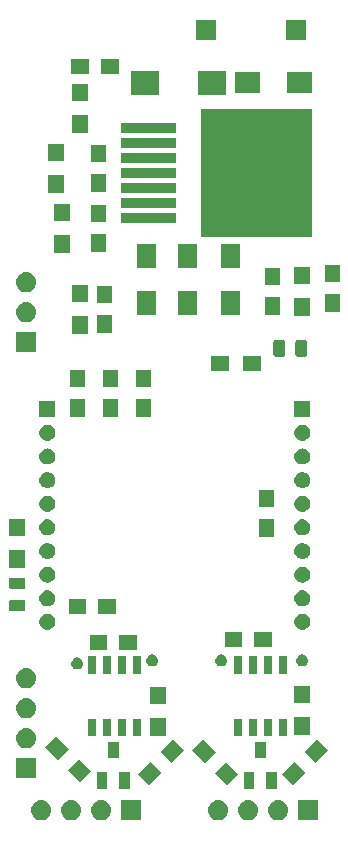
<source format=gbr>
G04 #@! TF.GenerationSoftware,KiCad,Pcbnew,5.0.2-bee76a0~70~ubuntu18.04.1*
G04 #@! TF.CreationDate,2020-02-03T17:56:43+02:00*
G04 #@! TF.ProjectId,Telemetry Board,54656c65-6d65-4747-9279-20426f617264,V1.4.1*
G04 #@! TF.SameCoordinates,Original*
G04 #@! TF.FileFunction,Soldermask,Top*
G04 #@! TF.FilePolarity,Negative*
%FSLAX46Y46*%
G04 Gerber Fmt 4.6, Leading zero omitted, Abs format (unit mm)*
G04 Created by KiCad (PCBNEW 5.0.2-bee76a0~70~ubuntu18.04.1) date ma  3. helmikuuta 2020 17.56.43*
%MOMM*%
%LPD*%
G01*
G04 APERTURE LIST*
%ADD10C,0.100000*%
G04 APERTURE END LIST*
D10*
G36*
X109816000Y-114896000D02*
X108116000Y-114896000D01*
X108116000Y-113196000D01*
X109816000Y-113196000D01*
X109816000Y-114896000D01*
X109816000Y-114896000D01*
G37*
G36*
X121578630Y-113208299D02*
X121738855Y-113256903D01*
X121886520Y-113335831D01*
X122015949Y-113442051D01*
X122122169Y-113571480D01*
X122201097Y-113719145D01*
X122249701Y-113879370D01*
X122266112Y-114046000D01*
X122249701Y-114212630D01*
X122201097Y-114372855D01*
X122122169Y-114520520D01*
X122015949Y-114649949D01*
X121886520Y-114756169D01*
X121738855Y-114835097D01*
X121578630Y-114883701D01*
X121453752Y-114896000D01*
X121370248Y-114896000D01*
X121245370Y-114883701D01*
X121085145Y-114835097D01*
X120937480Y-114756169D01*
X120808051Y-114649949D01*
X120701831Y-114520520D01*
X120622903Y-114372855D01*
X120574299Y-114212630D01*
X120557888Y-114046000D01*
X120574299Y-113879370D01*
X120622903Y-113719145D01*
X120701831Y-113571480D01*
X120808051Y-113442051D01*
X120937480Y-113335831D01*
X121085145Y-113256903D01*
X121245370Y-113208299D01*
X121370248Y-113196000D01*
X121453752Y-113196000D01*
X121578630Y-113208299D01*
X121578630Y-113208299D01*
G37*
G36*
X124802000Y-114896000D02*
X123102000Y-114896000D01*
X123102000Y-113196000D01*
X124802000Y-113196000D01*
X124802000Y-114896000D01*
X124802000Y-114896000D01*
G37*
G36*
X119038630Y-113208299D02*
X119198855Y-113256903D01*
X119346520Y-113335831D01*
X119475949Y-113442051D01*
X119582169Y-113571480D01*
X119661097Y-113719145D01*
X119709701Y-113879370D01*
X119726112Y-114046000D01*
X119709701Y-114212630D01*
X119661097Y-114372855D01*
X119582169Y-114520520D01*
X119475949Y-114649949D01*
X119346520Y-114756169D01*
X119198855Y-114835097D01*
X119038630Y-114883701D01*
X118913752Y-114896000D01*
X118830248Y-114896000D01*
X118705370Y-114883701D01*
X118545145Y-114835097D01*
X118397480Y-114756169D01*
X118268051Y-114649949D01*
X118161831Y-114520520D01*
X118082903Y-114372855D01*
X118034299Y-114212630D01*
X118017888Y-114046000D01*
X118034299Y-113879370D01*
X118082903Y-113719145D01*
X118161831Y-113571480D01*
X118268051Y-113442051D01*
X118397480Y-113335831D01*
X118545145Y-113256903D01*
X118705370Y-113208299D01*
X118830248Y-113196000D01*
X118913752Y-113196000D01*
X119038630Y-113208299D01*
X119038630Y-113208299D01*
G37*
G36*
X116498630Y-113208299D02*
X116658855Y-113256903D01*
X116806520Y-113335831D01*
X116935949Y-113442051D01*
X117042169Y-113571480D01*
X117121097Y-113719145D01*
X117169701Y-113879370D01*
X117186112Y-114046000D01*
X117169701Y-114212630D01*
X117121097Y-114372855D01*
X117042169Y-114520520D01*
X116935949Y-114649949D01*
X116806520Y-114756169D01*
X116658855Y-114835097D01*
X116498630Y-114883701D01*
X116373752Y-114896000D01*
X116290248Y-114896000D01*
X116165370Y-114883701D01*
X116005145Y-114835097D01*
X115857480Y-114756169D01*
X115728051Y-114649949D01*
X115621831Y-114520520D01*
X115542903Y-114372855D01*
X115494299Y-114212630D01*
X115477888Y-114046000D01*
X115494299Y-113879370D01*
X115542903Y-113719145D01*
X115621831Y-113571480D01*
X115728051Y-113442051D01*
X115857480Y-113335831D01*
X116005145Y-113256903D01*
X116165370Y-113208299D01*
X116290248Y-113196000D01*
X116373752Y-113196000D01*
X116498630Y-113208299D01*
X116498630Y-113208299D01*
G37*
G36*
X104052630Y-113208299D02*
X104212855Y-113256903D01*
X104360520Y-113335831D01*
X104489949Y-113442051D01*
X104596169Y-113571480D01*
X104675097Y-113719145D01*
X104723701Y-113879370D01*
X104740112Y-114046000D01*
X104723701Y-114212630D01*
X104675097Y-114372855D01*
X104596169Y-114520520D01*
X104489949Y-114649949D01*
X104360520Y-114756169D01*
X104212855Y-114835097D01*
X104052630Y-114883701D01*
X103927752Y-114896000D01*
X103844248Y-114896000D01*
X103719370Y-114883701D01*
X103559145Y-114835097D01*
X103411480Y-114756169D01*
X103282051Y-114649949D01*
X103175831Y-114520520D01*
X103096903Y-114372855D01*
X103048299Y-114212630D01*
X103031888Y-114046000D01*
X103048299Y-113879370D01*
X103096903Y-113719145D01*
X103175831Y-113571480D01*
X103282051Y-113442051D01*
X103411480Y-113335831D01*
X103559145Y-113256903D01*
X103719370Y-113208299D01*
X103844248Y-113196000D01*
X103927752Y-113196000D01*
X104052630Y-113208299D01*
X104052630Y-113208299D01*
G37*
G36*
X101512630Y-113208299D02*
X101672855Y-113256903D01*
X101820520Y-113335831D01*
X101949949Y-113442051D01*
X102056169Y-113571480D01*
X102135097Y-113719145D01*
X102183701Y-113879370D01*
X102200112Y-114046000D01*
X102183701Y-114212630D01*
X102135097Y-114372855D01*
X102056169Y-114520520D01*
X101949949Y-114649949D01*
X101820520Y-114756169D01*
X101672855Y-114835097D01*
X101512630Y-114883701D01*
X101387752Y-114896000D01*
X101304248Y-114896000D01*
X101179370Y-114883701D01*
X101019145Y-114835097D01*
X100871480Y-114756169D01*
X100742051Y-114649949D01*
X100635831Y-114520520D01*
X100556903Y-114372855D01*
X100508299Y-114212630D01*
X100491888Y-114046000D01*
X100508299Y-113879370D01*
X100556903Y-113719145D01*
X100635831Y-113571480D01*
X100742051Y-113442051D01*
X100871480Y-113335831D01*
X101019145Y-113256903D01*
X101179370Y-113208299D01*
X101304248Y-113196000D01*
X101387752Y-113196000D01*
X101512630Y-113208299D01*
X101512630Y-113208299D01*
G37*
G36*
X106592630Y-113208299D02*
X106752855Y-113256903D01*
X106900520Y-113335831D01*
X107029949Y-113442051D01*
X107136169Y-113571480D01*
X107215097Y-113719145D01*
X107263701Y-113879370D01*
X107280112Y-114046000D01*
X107263701Y-114212630D01*
X107215097Y-114372855D01*
X107136169Y-114520520D01*
X107029949Y-114649949D01*
X106900520Y-114756169D01*
X106752855Y-114835097D01*
X106592630Y-114883701D01*
X106467752Y-114896000D01*
X106384248Y-114896000D01*
X106259370Y-114883701D01*
X106099145Y-114835097D01*
X105951480Y-114756169D01*
X105822051Y-114649949D01*
X105715831Y-114520520D01*
X105636903Y-114372855D01*
X105588299Y-114212630D01*
X105571888Y-114046000D01*
X105588299Y-113879370D01*
X105636903Y-113719145D01*
X105715831Y-113571480D01*
X105822051Y-113442051D01*
X105951480Y-113335831D01*
X106099145Y-113256903D01*
X106259370Y-113208299D01*
X106384248Y-113196000D01*
X106467752Y-113196000D01*
X106592630Y-113208299D01*
X106592630Y-113208299D01*
G37*
G36*
X106947000Y-112236000D02*
X106037000Y-112236000D01*
X106037000Y-110836000D01*
X106947000Y-110836000D01*
X106947000Y-112236000D01*
X106947000Y-112236000D01*
G37*
G36*
X121293000Y-112236000D02*
X120383000Y-112236000D01*
X120383000Y-110836000D01*
X121293000Y-110836000D01*
X121293000Y-112236000D01*
X121293000Y-112236000D01*
G37*
G36*
X108847000Y-112236000D02*
X107937000Y-112236000D01*
X107937000Y-110836000D01*
X108847000Y-110836000D01*
X108847000Y-112236000D01*
X108847000Y-112236000D01*
G37*
G36*
X119393000Y-112236000D02*
X118483000Y-112236000D01*
X118483000Y-110836000D01*
X119393000Y-110836000D01*
X119393000Y-112236000D01*
X119393000Y-112236000D01*
G37*
G36*
X111541356Y-110865883D02*
X110480695Y-111926544D01*
X109561456Y-111007305D01*
X110622117Y-109946644D01*
X111541356Y-110865883D01*
X111541356Y-110865883D01*
G37*
G36*
X118022544Y-111007305D02*
X117103305Y-111926544D01*
X116042644Y-110865883D01*
X116961883Y-109946644D01*
X118022544Y-111007305D01*
X118022544Y-111007305D01*
G37*
G36*
X123733356Y-110865883D02*
X122672695Y-111926544D01*
X121753456Y-111007305D01*
X122814117Y-109946644D01*
X123733356Y-110865883D01*
X123733356Y-110865883D01*
G37*
G36*
X105576544Y-110753305D02*
X104657305Y-111672544D01*
X103596644Y-110611883D01*
X104515883Y-109692644D01*
X105576544Y-110753305D01*
X105576544Y-110753305D01*
G37*
G36*
X100926000Y-111340000D02*
X99226000Y-111340000D01*
X99226000Y-109640000D01*
X100926000Y-109640000D01*
X100926000Y-111340000D01*
X100926000Y-111340000D01*
G37*
G36*
X113450544Y-108956695D02*
X112389883Y-110017356D01*
X111470644Y-109098117D01*
X112531305Y-108037456D01*
X113450544Y-108956695D01*
X113450544Y-108956695D01*
G37*
G36*
X116113356Y-109098117D02*
X115194117Y-110017356D01*
X114133456Y-108956695D01*
X115052695Y-108037456D01*
X116113356Y-109098117D01*
X116113356Y-109098117D01*
G37*
G36*
X125642544Y-108956695D02*
X124581883Y-110017356D01*
X123662644Y-109098117D01*
X124723305Y-108037456D01*
X125642544Y-108956695D01*
X125642544Y-108956695D01*
G37*
G36*
X103667356Y-108844117D02*
X102748117Y-109763356D01*
X101687456Y-108702695D01*
X102606695Y-107783456D01*
X103667356Y-108844117D01*
X103667356Y-108844117D01*
G37*
G36*
X107897000Y-109636000D02*
X106987000Y-109636000D01*
X106987000Y-108236000D01*
X107897000Y-108236000D01*
X107897000Y-109636000D01*
X107897000Y-109636000D01*
G37*
G36*
X120343000Y-109636000D02*
X119433000Y-109636000D01*
X119433000Y-108236000D01*
X120343000Y-108236000D01*
X120343000Y-109636000D01*
X120343000Y-109636000D01*
G37*
G36*
X100242630Y-107112299D02*
X100402855Y-107160903D01*
X100550520Y-107239831D01*
X100679949Y-107346051D01*
X100786169Y-107475480D01*
X100865097Y-107623145D01*
X100913701Y-107783370D01*
X100930112Y-107950000D01*
X100913701Y-108116630D01*
X100865097Y-108276855D01*
X100786169Y-108424520D01*
X100679949Y-108553949D01*
X100550520Y-108660169D01*
X100402855Y-108739097D01*
X100242630Y-108787701D01*
X100117752Y-108800000D01*
X100034248Y-108800000D01*
X99909370Y-108787701D01*
X99749145Y-108739097D01*
X99601480Y-108660169D01*
X99472051Y-108553949D01*
X99365831Y-108424520D01*
X99286903Y-108276855D01*
X99238299Y-108116630D01*
X99221888Y-107950000D01*
X99238299Y-107783370D01*
X99286903Y-107623145D01*
X99365831Y-107475480D01*
X99472051Y-107346051D01*
X99601480Y-107239831D01*
X99749145Y-107160903D01*
X99909370Y-107112299D01*
X100034248Y-107100000D01*
X100117752Y-107100000D01*
X100242630Y-107112299D01*
X100242630Y-107112299D01*
G37*
G36*
X107284000Y-107794000D02*
X106584000Y-107794000D01*
X106584000Y-106294000D01*
X107284000Y-106294000D01*
X107284000Y-107794000D01*
X107284000Y-107794000D01*
G37*
G36*
X106014000Y-107794000D02*
X105314000Y-107794000D01*
X105314000Y-106294000D01*
X106014000Y-106294000D01*
X106014000Y-107794000D01*
X106014000Y-107794000D01*
G37*
G36*
X108554000Y-107794000D02*
X107854000Y-107794000D01*
X107854000Y-106294000D01*
X108554000Y-106294000D01*
X108554000Y-107794000D01*
X108554000Y-107794000D01*
G37*
G36*
X109824000Y-107794000D02*
X109124000Y-107794000D01*
X109124000Y-106294000D01*
X109824000Y-106294000D01*
X109824000Y-107794000D01*
X109824000Y-107794000D01*
G37*
G36*
X118333000Y-107794000D02*
X117633000Y-107794000D01*
X117633000Y-106294000D01*
X118333000Y-106294000D01*
X118333000Y-107794000D01*
X118333000Y-107794000D01*
G37*
G36*
X122143000Y-107794000D02*
X121443000Y-107794000D01*
X121443000Y-106294000D01*
X122143000Y-106294000D01*
X122143000Y-107794000D01*
X122143000Y-107794000D01*
G37*
G36*
X120873000Y-107794000D02*
X120173000Y-107794000D01*
X120173000Y-106294000D01*
X120873000Y-106294000D01*
X120873000Y-107794000D01*
X120873000Y-107794000D01*
G37*
G36*
X119603000Y-107794000D02*
X118903000Y-107794000D01*
X118903000Y-106294000D01*
X119603000Y-106294000D01*
X119603000Y-107794000D01*
X119603000Y-107794000D01*
G37*
G36*
X111902000Y-107764000D02*
X110602000Y-107764000D01*
X110602000Y-106264000D01*
X111902000Y-106264000D01*
X111902000Y-107764000D01*
X111902000Y-107764000D01*
G37*
G36*
X124094000Y-107684000D02*
X122794000Y-107684000D01*
X122794000Y-106184000D01*
X124094000Y-106184000D01*
X124094000Y-107684000D01*
X124094000Y-107684000D01*
G37*
G36*
X100242630Y-104572299D02*
X100402855Y-104620903D01*
X100550520Y-104699831D01*
X100679949Y-104806051D01*
X100786169Y-104935480D01*
X100865097Y-105083145D01*
X100913701Y-105243370D01*
X100930112Y-105410000D01*
X100913701Y-105576630D01*
X100865097Y-105736855D01*
X100786169Y-105884520D01*
X100679949Y-106013949D01*
X100550520Y-106120169D01*
X100402855Y-106199097D01*
X100242630Y-106247701D01*
X100117752Y-106260000D01*
X100034248Y-106260000D01*
X99909370Y-106247701D01*
X99749145Y-106199097D01*
X99601480Y-106120169D01*
X99472051Y-106013949D01*
X99365831Y-105884520D01*
X99286903Y-105736855D01*
X99238299Y-105576630D01*
X99221888Y-105410000D01*
X99238299Y-105243370D01*
X99286903Y-105083145D01*
X99365831Y-104935480D01*
X99472051Y-104806051D01*
X99601480Y-104699831D01*
X99749145Y-104620903D01*
X99909370Y-104572299D01*
X100034248Y-104560000D01*
X100117752Y-104560000D01*
X100242630Y-104572299D01*
X100242630Y-104572299D01*
G37*
G36*
X111902000Y-105064000D02*
X110602000Y-105064000D01*
X110602000Y-103564000D01*
X111902000Y-103564000D01*
X111902000Y-105064000D01*
X111902000Y-105064000D01*
G37*
G36*
X124094000Y-104984000D02*
X122794000Y-104984000D01*
X122794000Y-103484000D01*
X124094000Y-103484000D01*
X124094000Y-104984000D01*
X124094000Y-104984000D01*
G37*
G36*
X100242630Y-102032299D02*
X100402855Y-102080903D01*
X100550520Y-102159831D01*
X100679949Y-102266051D01*
X100786169Y-102395480D01*
X100865097Y-102543145D01*
X100913701Y-102703370D01*
X100930112Y-102870000D01*
X100913701Y-103036630D01*
X100865097Y-103196855D01*
X100786169Y-103344520D01*
X100679949Y-103473949D01*
X100550520Y-103580169D01*
X100402855Y-103659097D01*
X100242630Y-103707701D01*
X100117752Y-103720000D01*
X100034248Y-103720000D01*
X99909370Y-103707701D01*
X99749145Y-103659097D01*
X99601480Y-103580169D01*
X99472051Y-103473949D01*
X99365831Y-103344520D01*
X99286903Y-103196855D01*
X99238299Y-103036630D01*
X99221888Y-102870000D01*
X99238299Y-102703370D01*
X99286903Y-102543145D01*
X99365831Y-102395480D01*
X99472051Y-102266051D01*
X99601480Y-102159831D01*
X99749145Y-102080903D01*
X99909370Y-102032299D01*
X100034248Y-102020000D01*
X100117752Y-102020000D01*
X100242630Y-102032299D01*
X100242630Y-102032299D01*
G37*
G36*
X120873000Y-102494000D02*
X120173000Y-102494000D01*
X120173000Y-100994000D01*
X120873000Y-100994000D01*
X120873000Y-102494000D01*
X120873000Y-102494000D01*
G37*
G36*
X118333000Y-102494000D02*
X117633000Y-102494000D01*
X117633000Y-100994000D01*
X118333000Y-100994000D01*
X118333000Y-102494000D01*
X118333000Y-102494000D01*
G37*
G36*
X119603000Y-102494000D02*
X118903000Y-102494000D01*
X118903000Y-100994000D01*
X119603000Y-100994000D01*
X119603000Y-102494000D01*
X119603000Y-102494000D01*
G37*
G36*
X106014000Y-102494000D02*
X105314000Y-102494000D01*
X105314000Y-100994000D01*
X106014000Y-100994000D01*
X106014000Y-102494000D01*
X106014000Y-102494000D01*
G37*
G36*
X107284000Y-102494000D02*
X106584000Y-102494000D01*
X106584000Y-100994000D01*
X107284000Y-100994000D01*
X107284000Y-102494000D01*
X107284000Y-102494000D01*
G37*
G36*
X108554000Y-102494000D02*
X107854000Y-102494000D01*
X107854000Y-100994000D01*
X108554000Y-100994000D01*
X108554000Y-102494000D01*
X108554000Y-102494000D01*
G37*
G36*
X109824000Y-102494000D02*
X109124000Y-102494000D01*
X109124000Y-100994000D01*
X109824000Y-100994000D01*
X109824000Y-102494000D01*
X109824000Y-102494000D01*
G37*
G36*
X122143000Y-102494000D02*
X121443000Y-102494000D01*
X121443000Y-100994000D01*
X122143000Y-100994000D01*
X122143000Y-102494000D01*
X122143000Y-102494000D01*
G37*
G36*
X104539845Y-101119215D02*
X104630839Y-101156906D01*
X104695565Y-101200155D01*
X104712734Y-101211627D01*
X104782373Y-101281266D01*
X104782375Y-101281269D01*
X104837094Y-101363161D01*
X104874785Y-101454155D01*
X104894000Y-101550754D01*
X104894000Y-101649246D01*
X104874785Y-101745845D01*
X104837094Y-101836839D01*
X104783104Y-101917640D01*
X104782373Y-101918734D01*
X104712734Y-101988373D01*
X104712731Y-101988375D01*
X104630839Y-102043094D01*
X104539845Y-102080785D01*
X104443246Y-102100000D01*
X104344754Y-102100000D01*
X104248155Y-102080785D01*
X104157161Y-102043094D01*
X104075269Y-101988375D01*
X104075266Y-101988373D01*
X104005627Y-101918734D01*
X104004896Y-101917640D01*
X103950906Y-101836839D01*
X103913215Y-101745845D01*
X103894000Y-101649246D01*
X103894000Y-101550754D01*
X103913215Y-101454155D01*
X103950906Y-101363161D01*
X104005625Y-101281269D01*
X104005627Y-101281266D01*
X104075266Y-101211627D01*
X104092435Y-101200155D01*
X104157161Y-101156906D01*
X104248155Y-101119215D01*
X104344754Y-101100000D01*
X104443246Y-101100000D01*
X104539845Y-101119215D01*
X104539845Y-101119215D01*
G37*
G36*
X116731845Y-100865215D02*
X116822839Y-100902906D01*
X116903640Y-100956896D01*
X116904734Y-100957627D01*
X116974373Y-101027266D01*
X116974375Y-101027269D01*
X117029094Y-101109161D01*
X117066785Y-101200155D01*
X117086000Y-101296754D01*
X117086000Y-101395246D01*
X117066785Y-101491845D01*
X117029094Y-101582839D01*
X116984722Y-101649246D01*
X116974373Y-101664734D01*
X116904734Y-101734373D01*
X116904731Y-101734375D01*
X116822839Y-101789094D01*
X116731845Y-101826785D01*
X116635246Y-101846000D01*
X116536754Y-101846000D01*
X116440155Y-101826785D01*
X116349161Y-101789094D01*
X116267269Y-101734375D01*
X116267266Y-101734373D01*
X116197627Y-101664734D01*
X116187278Y-101649246D01*
X116142906Y-101582839D01*
X116105215Y-101491845D01*
X116086000Y-101395246D01*
X116086000Y-101296754D01*
X116105215Y-101200155D01*
X116142906Y-101109161D01*
X116197625Y-101027269D01*
X116197627Y-101027266D01*
X116267266Y-100957627D01*
X116268360Y-100956896D01*
X116349161Y-100902906D01*
X116440155Y-100865215D01*
X116536754Y-100846000D01*
X116635246Y-100846000D01*
X116731845Y-100865215D01*
X116731845Y-100865215D01*
G37*
G36*
X110889845Y-100865215D02*
X110980839Y-100902906D01*
X111061640Y-100956896D01*
X111062734Y-100957627D01*
X111132373Y-101027266D01*
X111132375Y-101027269D01*
X111187094Y-101109161D01*
X111224785Y-101200155D01*
X111244000Y-101296754D01*
X111244000Y-101395246D01*
X111224785Y-101491845D01*
X111187094Y-101582839D01*
X111142722Y-101649246D01*
X111132373Y-101664734D01*
X111062734Y-101734373D01*
X111062731Y-101734375D01*
X110980839Y-101789094D01*
X110889845Y-101826785D01*
X110793246Y-101846000D01*
X110694754Y-101846000D01*
X110598155Y-101826785D01*
X110507161Y-101789094D01*
X110425269Y-101734375D01*
X110425266Y-101734373D01*
X110355627Y-101664734D01*
X110345278Y-101649246D01*
X110300906Y-101582839D01*
X110263215Y-101491845D01*
X110244000Y-101395246D01*
X110244000Y-101296754D01*
X110263215Y-101200155D01*
X110300906Y-101109161D01*
X110355625Y-101027269D01*
X110355627Y-101027266D01*
X110425266Y-100957627D01*
X110426360Y-100956896D01*
X110507161Y-100902906D01*
X110598155Y-100865215D01*
X110694754Y-100846000D01*
X110793246Y-100846000D01*
X110889845Y-100865215D01*
X110889845Y-100865215D01*
G37*
G36*
X123589845Y-100865215D02*
X123680839Y-100902906D01*
X123761640Y-100956896D01*
X123762734Y-100957627D01*
X123832373Y-101027266D01*
X123832375Y-101027269D01*
X123887094Y-101109161D01*
X123924785Y-101200155D01*
X123944000Y-101296754D01*
X123944000Y-101395246D01*
X123924785Y-101491845D01*
X123887094Y-101582839D01*
X123842722Y-101649246D01*
X123832373Y-101664734D01*
X123762734Y-101734373D01*
X123762731Y-101734375D01*
X123680839Y-101789094D01*
X123589845Y-101826785D01*
X123493246Y-101846000D01*
X123394754Y-101846000D01*
X123298155Y-101826785D01*
X123207161Y-101789094D01*
X123125269Y-101734375D01*
X123125266Y-101734373D01*
X123055627Y-101664734D01*
X123045278Y-101649246D01*
X123000906Y-101582839D01*
X122963215Y-101491845D01*
X122944000Y-101395246D01*
X122944000Y-101296754D01*
X122963215Y-101200155D01*
X123000906Y-101109161D01*
X123055625Y-101027269D01*
X123055627Y-101027266D01*
X123125266Y-100957627D01*
X123126360Y-100956896D01*
X123207161Y-100902906D01*
X123298155Y-100865215D01*
X123394754Y-100846000D01*
X123493246Y-100846000D01*
X123589845Y-100865215D01*
X123589845Y-100865215D01*
G37*
G36*
X109442000Y-100447000D02*
X107942000Y-100447000D01*
X107942000Y-99197000D01*
X109442000Y-99197000D01*
X109442000Y-100447000D01*
X109442000Y-100447000D01*
G37*
G36*
X106942000Y-100447000D02*
X105442000Y-100447000D01*
X105442000Y-99197000D01*
X106942000Y-99197000D01*
X106942000Y-100447000D01*
X106942000Y-100447000D01*
G37*
G36*
X118372000Y-100193000D02*
X116872000Y-100193000D01*
X116872000Y-98943000D01*
X118372000Y-98943000D01*
X118372000Y-100193000D01*
X118372000Y-100193000D01*
G37*
G36*
X120872000Y-100193000D02*
X119372000Y-100193000D01*
X119372000Y-98943000D01*
X120872000Y-98943000D01*
X120872000Y-100193000D01*
X120872000Y-100193000D01*
G37*
G36*
X123577324Y-97419768D02*
X123704562Y-97458365D01*
X123821825Y-97521043D01*
X123924607Y-97605395D01*
X124008959Y-97708177D01*
X124071637Y-97825440D01*
X124110234Y-97952678D01*
X124123267Y-98085001D01*
X124110234Y-98217324D01*
X124071637Y-98344562D01*
X124008959Y-98461825D01*
X123924607Y-98564607D01*
X123821825Y-98648959D01*
X123704562Y-98711637D01*
X123577324Y-98750234D01*
X123478160Y-98760001D01*
X123411842Y-98760001D01*
X123312678Y-98750234D01*
X123185440Y-98711637D01*
X123068177Y-98648959D01*
X122965395Y-98564607D01*
X122881043Y-98461825D01*
X122818365Y-98344562D01*
X122779768Y-98217324D01*
X122766735Y-98085001D01*
X122779768Y-97952678D01*
X122818365Y-97825440D01*
X122881043Y-97708177D01*
X122965395Y-97605395D01*
X123068177Y-97521043D01*
X123185440Y-97458365D01*
X123312678Y-97419768D01*
X123411842Y-97410001D01*
X123478160Y-97410001D01*
X123577324Y-97419768D01*
X123577324Y-97419768D01*
G37*
G36*
X101987324Y-97419768D02*
X102114562Y-97458365D01*
X102231825Y-97521043D01*
X102334607Y-97605395D01*
X102418959Y-97708177D01*
X102481637Y-97825440D01*
X102520234Y-97952678D01*
X102533267Y-98085001D01*
X102520234Y-98217324D01*
X102481637Y-98344562D01*
X102418959Y-98461825D01*
X102334607Y-98564607D01*
X102231825Y-98648959D01*
X102114562Y-98711637D01*
X101987324Y-98750234D01*
X101888160Y-98760001D01*
X101821842Y-98760001D01*
X101722678Y-98750234D01*
X101595440Y-98711637D01*
X101478177Y-98648959D01*
X101375395Y-98564607D01*
X101291043Y-98461825D01*
X101228365Y-98344562D01*
X101189768Y-98217324D01*
X101176735Y-98085001D01*
X101189768Y-97952678D01*
X101228365Y-97825440D01*
X101291043Y-97708177D01*
X101375395Y-97605395D01*
X101478177Y-97521043D01*
X101595440Y-97458365D01*
X101722678Y-97419768D01*
X101821842Y-97410001D01*
X101888160Y-97410001D01*
X101987324Y-97419768D01*
X101987324Y-97419768D01*
G37*
G36*
X107664000Y-97399000D02*
X106164000Y-97399000D01*
X106164000Y-96149000D01*
X107664000Y-96149000D01*
X107664000Y-97399000D01*
X107664000Y-97399000D01*
G37*
G36*
X105164000Y-97399000D02*
X103664000Y-97399000D01*
X103664000Y-96149000D01*
X105164000Y-96149000D01*
X105164000Y-97399000D01*
X105164000Y-97399000D01*
G37*
G36*
X99867992Y-96212076D02*
X99901883Y-96222357D01*
X99933111Y-96239048D01*
X99960485Y-96261515D01*
X99982952Y-96288889D01*
X99999643Y-96320117D01*
X100009924Y-96354008D01*
X100014000Y-96395391D01*
X100014000Y-96995609D01*
X100009924Y-97036992D01*
X99999643Y-97070883D01*
X99982952Y-97102111D01*
X99960485Y-97129485D01*
X99933111Y-97151952D01*
X99901883Y-97168643D01*
X99867992Y-97178924D01*
X99826609Y-97183000D01*
X98801391Y-97183000D01*
X98760008Y-97178924D01*
X98726117Y-97168643D01*
X98694889Y-97151952D01*
X98667515Y-97129485D01*
X98645048Y-97102111D01*
X98628357Y-97070883D01*
X98618076Y-97036992D01*
X98614000Y-96995609D01*
X98614000Y-96395391D01*
X98618076Y-96354008D01*
X98628357Y-96320117D01*
X98645048Y-96288889D01*
X98667515Y-96261515D01*
X98694889Y-96239048D01*
X98726117Y-96222357D01*
X98760008Y-96212076D01*
X98801391Y-96208000D01*
X99826609Y-96208000D01*
X99867992Y-96212076D01*
X99867992Y-96212076D01*
G37*
G36*
X123577324Y-95419768D02*
X123704562Y-95458365D01*
X123821825Y-95521043D01*
X123924607Y-95605395D01*
X124008959Y-95708177D01*
X124071637Y-95825440D01*
X124110234Y-95952678D01*
X124123267Y-96085001D01*
X124110234Y-96217324D01*
X124071637Y-96344562D01*
X124008959Y-96461825D01*
X123924607Y-96564607D01*
X123821825Y-96648959D01*
X123704562Y-96711637D01*
X123577324Y-96750234D01*
X123478160Y-96760001D01*
X123411842Y-96760001D01*
X123312678Y-96750234D01*
X123185440Y-96711637D01*
X123068177Y-96648959D01*
X122965395Y-96564607D01*
X122881043Y-96461825D01*
X122818365Y-96344562D01*
X122779768Y-96217324D01*
X122766735Y-96085001D01*
X122779768Y-95952678D01*
X122818365Y-95825440D01*
X122881043Y-95708177D01*
X122965395Y-95605395D01*
X123068177Y-95521043D01*
X123185440Y-95458365D01*
X123312678Y-95419768D01*
X123411842Y-95410001D01*
X123478160Y-95410001D01*
X123577324Y-95419768D01*
X123577324Y-95419768D01*
G37*
G36*
X101987324Y-95419768D02*
X102114562Y-95458365D01*
X102231825Y-95521043D01*
X102334607Y-95605395D01*
X102418959Y-95708177D01*
X102481637Y-95825440D01*
X102520234Y-95952678D01*
X102533267Y-96085001D01*
X102520234Y-96217324D01*
X102481637Y-96344562D01*
X102418959Y-96461825D01*
X102334607Y-96564607D01*
X102231825Y-96648959D01*
X102114562Y-96711637D01*
X101987324Y-96750234D01*
X101888160Y-96760001D01*
X101821842Y-96760001D01*
X101722678Y-96750234D01*
X101595440Y-96711637D01*
X101478177Y-96648959D01*
X101375395Y-96564607D01*
X101291043Y-96461825D01*
X101228365Y-96344562D01*
X101189768Y-96217324D01*
X101176735Y-96085001D01*
X101189768Y-95952678D01*
X101228365Y-95825440D01*
X101291043Y-95708177D01*
X101375395Y-95605395D01*
X101478177Y-95521043D01*
X101595440Y-95458365D01*
X101722678Y-95419768D01*
X101821842Y-95410001D01*
X101888160Y-95410001D01*
X101987324Y-95419768D01*
X101987324Y-95419768D01*
G37*
G36*
X99867992Y-94337076D02*
X99901883Y-94347357D01*
X99933111Y-94364048D01*
X99960485Y-94386515D01*
X99982952Y-94413889D01*
X99999643Y-94445117D01*
X100009924Y-94479008D01*
X100014000Y-94520391D01*
X100014000Y-95120609D01*
X100009924Y-95161992D01*
X99999643Y-95195883D01*
X99982952Y-95227111D01*
X99960485Y-95254485D01*
X99933111Y-95276952D01*
X99901883Y-95293643D01*
X99867992Y-95303924D01*
X99826609Y-95308000D01*
X98801391Y-95308000D01*
X98760008Y-95303924D01*
X98726117Y-95293643D01*
X98694889Y-95276952D01*
X98667515Y-95254485D01*
X98645048Y-95227111D01*
X98628357Y-95195883D01*
X98618076Y-95161992D01*
X98614000Y-95120609D01*
X98614000Y-94520391D01*
X98618076Y-94479008D01*
X98628357Y-94445117D01*
X98645048Y-94413889D01*
X98667515Y-94386515D01*
X98694889Y-94364048D01*
X98726117Y-94347357D01*
X98760008Y-94337076D01*
X98801391Y-94333000D01*
X99826609Y-94333000D01*
X99867992Y-94337076D01*
X99867992Y-94337076D01*
G37*
G36*
X101987324Y-93419768D02*
X102114562Y-93458365D01*
X102231825Y-93521043D01*
X102334607Y-93605395D01*
X102418959Y-93708177D01*
X102481637Y-93825440D01*
X102520234Y-93952678D01*
X102533267Y-94085001D01*
X102520234Y-94217324D01*
X102481637Y-94344562D01*
X102418959Y-94461825D01*
X102334607Y-94564607D01*
X102231825Y-94648959D01*
X102114562Y-94711637D01*
X101987324Y-94750234D01*
X101888160Y-94760001D01*
X101821842Y-94760001D01*
X101722678Y-94750234D01*
X101595440Y-94711637D01*
X101478177Y-94648959D01*
X101375395Y-94564607D01*
X101291043Y-94461825D01*
X101228365Y-94344562D01*
X101189768Y-94217324D01*
X101176735Y-94085001D01*
X101189768Y-93952678D01*
X101228365Y-93825440D01*
X101291043Y-93708177D01*
X101375395Y-93605395D01*
X101478177Y-93521043D01*
X101595440Y-93458365D01*
X101722678Y-93419768D01*
X101821842Y-93410001D01*
X101888160Y-93410001D01*
X101987324Y-93419768D01*
X101987324Y-93419768D01*
G37*
G36*
X123577324Y-93419768D02*
X123704562Y-93458365D01*
X123821825Y-93521043D01*
X123924607Y-93605395D01*
X124008959Y-93708177D01*
X124071637Y-93825440D01*
X124110234Y-93952678D01*
X124123267Y-94085001D01*
X124110234Y-94217324D01*
X124071637Y-94344562D01*
X124008959Y-94461825D01*
X123924607Y-94564607D01*
X123821825Y-94648959D01*
X123704562Y-94711637D01*
X123577324Y-94750234D01*
X123478160Y-94760001D01*
X123411842Y-94760001D01*
X123312678Y-94750234D01*
X123185440Y-94711637D01*
X123068177Y-94648959D01*
X122965395Y-94564607D01*
X122881043Y-94461825D01*
X122818365Y-94344562D01*
X122779768Y-94217324D01*
X122766735Y-94085001D01*
X122779768Y-93952678D01*
X122818365Y-93825440D01*
X122881043Y-93708177D01*
X122965395Y-93605395D01*
X123068177Y-93521043D01*
X123185440Y-93458365D01*
X123312678Y-93419768D01*
X123411842Y-93410001D01*
X123478160Y-93410001D01*
X123577324Y-93419768D01*
X123577324Y-93419768D01*
G37*
G36*
X99964000Y-93540000D02*
X98664000Y-93540000D01*
X98664000Y-92040000D01*
X99964000Y-92040000D01*
X99964000Y-93540000D01*
X99964000Y-93540000D01*
G37*
G36*
X101987324Y-91419768D02*
X102114562Y-91458365D01*
X102231825Y-91521043D01*
X102334607Y-91605395D01*
X102418959Y-91708177D01*
X102481637Y-91825440D01*
X102520234Y-91952678D01*
X102533267Y-92085001D01*
X102520234Y-92217324D01*
X102481637Y-92344562D01*
X102418959Y-92461825D01*
X102334607Y-92564607D01*
X102231825Y-92648959D01*
X102114562Y-92711637D01*
X101987324Y-92750234D01*
X101888160Y-92760001D01*
X101821842Y-92760001D01*
X101722678Y-92750234D01*
X101595440Y-92711637D01*
X101478177Y-92648959D01*
X101375395Y-92564607D01*
X101291043Y-92461825D01*
X101228365Y-92344562D01*
X101189768Y-92217324D01*
X101176735Y-92085001D01*
X101189768Y-91952678D01*
X101228365Y-91825440D01*
X101291043Y-91708177D01*
X101375395Y-91605395D01*
X101478177Y-91521043D01*
X101595440Y-91458365D01*
X101722678Y-91419768D01*
X101821842Y-91410001D01*
X101888160Y-91410001D01*
X101987324Y-91419768D01*
X101987324Y-91419768D01*
G37*
G36*
X123577324Y-91419768D02*
X123704562Y-91458365D01*
X123821825Y-91521043D01*
X123924607Y-91605395D01*
X124008959Y-91708177D01*
X124071637Y-91825440D01*
X124110234Y-91952678D01*
X124123267Y-92085001D01*
X124110234Y-92217324D01*
X124071637Y-92344562D01*
X124008959Y-92461825D01*
X123924607Y-92564607D01*
X123821825Y-92648959D01*
X123704562Y-92711637D01*
X123577324Y-92750234D01*
X123478160Y-92760001D01*
X123411842Y-92760001D01*
X123312678Y-92750234D01*
X123185440Y-92711637D01*
X123068177Y-92648959D01*
X122965395Y-92564607D01*
X122881043Y-92461825D01*
X122818365Y-92344562D01*
X122779768Y-92217324D01*
X122766735Y-92085001D01*
X122779768Y-91952678D01*
X122818365Y-91825440D01*
X122881043Y-91708177D01*
X122965395Y-91605395D01*
X123068177Y-91521043D01*
X123185440Y-91458365D01*
X123312678Y-91419768D01*
X123411842Y-91410001D01*
X123478160Y-91410001D01*
X123577324Y-91419768D01*
X123577324Y-91419768D01*
G37*
G36*
X121021000Y-90900000D02*
X119771000Y-90900000D01*
X119771000Y-89400000D01*
X121021000Y-89400000D01*
X121021000Y-90900000D01*
X121021000Y-90900000D01*
G37*
G36*
X99964000Y-90840000D02*
X98664000Y-90840000D01*
X98664000Y-89340000D01*
X99964000Y-89340000D01*
X99964000Y-90840000D01*
X99964000Y-90840000D01*
G37*
G36*
X101987324Y-89419768D02*
X102114562Y-89458365D01*
X102231825Y-89521043D01*
X102334607Y-89605395D01*
X102418959Y-89708177D01*
X102481637Y-89825440D01*
X102520234Y-89952678D01*
X102533267Y-90085001D01*
X102520234Y-90217324D01*
X102481637Y-90344562D01*
X102418959Y-90461825D01*
X102334607Y-90564607D01*
X102231825Y-90648959D01*
X102114562Y-90711637D01*
X101987324Y-90750234D01*
X101888160Y-90760001D01*
X101821842Y-90760001D01*
X101722678Y-90750234D01*
X101595440Y-90711637D01*
X101478177Y-90648959D01*
X101375395Y-90564607D01*
X101291043Y-90461825D01*
X101228365Y-90344562D01*
X101189768Y-90217324D01*
X101176735Y-90085001D01*
X101189768Y-89952678D01*
X101228365Y-89825440D01*
X101291043Y-89708177D01*
X101375395Y-89605395D01*
X101478177Y-89521043D01*
X101595440Y-89458365D01*
X101722678Y-89419768D01*
X101821842Y-89410001D01*
X101888160Y-89410001D01*
X101987324Y-89419768D01*
X101987324Y-89419768D01*
G37*
G36*
X123577324Y-89419768D02*
X123704562Y-89458365D01*
X123821825Y-89521043D01*
X123924607Y-89605395D01*
X124008959Y-89708177D01*
X124071637Y-89825440D01*
X124110234Y-89952678D01*
X124123267Y-90085001D01*
X124110234Y-90217324D01*
X124071637Y-90344562D01*
X124008959Y-90461825D01*
X123924607Y-90564607D01*
X123821825Y-90648959D01*
X123704562Y-90711637D01*
X123577324Y-90750234D01*
X123478160Y-90760001D01*
X123411842Y-90760001D01*
X123312678Y-90750234D01*
X123185440Y-90711637D01*
X123068177Y-90648959D01*
X122965395Y-90564607D01*
X122881043Y-90461825D01*
X122818365Y-90344562D01*
X122779768Y-90217324D01*
X122766735Y-90085001D01*
X122779768Y-89952678D01*
X122818365Y-89825440D01*
X122881043Y-89708177D01*
X122965395Y-89605395D01*
X123068177Y-89521043D01*
X123185440Y-89458365D01*
X123312678Y-89419768D01*
X123411842Y-89410001D01*
X123478160Y-89410001D01*
X123577324Y-89419768D01*
X123577324Y-89419768D01*
G37*
G36*
X101987324Y-87419768D02*
X102114562Y-87458365D01*
X102231825Y-87521043D01*
X102334607Y-87605395D01*
X102418959Y-87708177D01*
X102481637Y-87825440D01*
X102520234Y-87952678D01*
X102533267Y-88085001D01*
X102520234Y-88217324D01*
X102481637Y-88344562D01*
X102418959Y-88461825D01*
X102334607Y-88564607D01*
X102231825Y-88648959D01*
X102114562Y-88711637D01*
X101987324Y-88750234D01*
X101888160Y-88760001D01*
X101821842Y-88760001D01*
X101722678Y-88750234D01*
X101595440Y-88711637D01*
X101478177Y-88648959D01*
X101375395Y-88564607D01*
X101291043Y-88461825D01*
X101228365Y-88344562D01*
X101189768Y-88217324D01*
X101176735Y-88085001D01*
X101189768Y-87952678D01*
X101228365Y-87825440D01*
X101291043Y-87708177D01*
X101375395Y-87605395D01*
X101478177Y-87521043D01*
X101595440Y-87458365D01*
X101722678Y-87419768D01*
X101821842Y-87410001D01*
X101888160Y-87410001D01*
X101987324Y-87419768D01*
X101987324Y-87419768D01*
G37*
G36*
X123577324Y-87419768D02*
X123704562Y-87458365D01*
X123821825Y-87521043D01*
X123924607Y-87605395D01*
X124008959Y-87708177D01*
X124071637Y-87825440D01*
X124110234Y-87952678D01*
X124123267Y-88085001D01*
X124110234Y-88217324D01*
X124071637Y-88344562D01*
X124008959Y-88461825D01*
X123924607Y-88564607D01*
X123821825Y-88648959D01*
X123704562Y-88711637D01*
X123577324Y-88750234D01*
X123478160Y-88760001D01*
X123411842Y-88760001D01*
X123312678Y-88750234D01*
X123185440Y-88711637D01*
X123068177Y-88648959D01*
X122965395Y-88564607D01*
X122881043Y-88461825D01*
X122818365Y-88344562D01*
X122779768Y-88217324D01*
X122766735Y-88085001D01*
X122779768Y-87952678D01*
X122818365Y-87825440D01*
X122881043Y-87708177D01*
X122965395Y-87605395D01*
X123068177Y-87521043D01*
X123185440Y-87458365D01*
X123312678Y-87419768D01*
X123411842Y-87410001D01*
X123478160Y-87410001D01*
X123577324Y-87419768D01*
X123577324Y-87419768D01*
G37*
G36*
X121021000Y-88400000D02*
X119771000Y-88400000D01*
X119771000Y-86900000D01*
X121021000Y-86900000D01*
X121021000Y-88400000D01*
X121021000Y-88400000D01*
G37*
G36*
X101987324Y-85419768D02*
X102114562Y-85458365D01*
X102231825Y-85521043D01*
X102334607Y-85605395D01*
X102418959Y-85708177D01*
X102481637Y-85825440D01*
X102520234Y-85952678D01*
X102533267Y-86085001D01*
X102520234Y-86217324D01*
X102481637Y-86344562D01*
X102418959Y-86461825D01*
X102334607Y-86564607D01*
X102231825Y-86648959D01*
X102114562Y-86711637D01*
X101987324Y-86750234D01*
X101888160Y-86760001D01*
X101821842Y-86760001D01*
X101722678Y-86750234D01*
X101595440Y-86711637D01*
X101478177Y-86648959D01*
X101375395Y-86564607D01*
X101291043Y-86461825D01*
X101228365Y-86344562D01*
X101189768Y-86217324D01*
X101176735Y-86085001D01*
X101189768Y-85952678D01*
X101228365Y-85825440D01*
X101291043Y-85708177D01*
X101375395Y-85605395D01*
X101478177Y-85521043D01*
X101595440Y-85458365D01*
X101722678Y-85419768D01*
X101821842Y-85410001D01*
X101888160Y-85410001D01*
X101987324Y-85419768D01*
X101987324Y-85419768D01*
G37*
G36*
X123577324Y-85419768D02*
X123704562Y-85458365D01*
X123821825Y-85521043D01*
X123924607Y-85605395D01*
X124008959Y-85708177D01*
X124071637Y-85825440D01*
X124110234Y-85952678D01*
X124123267Y-86085001D01*
X124110234Y-86217324D01*
X124071637Y-86344562D01*
X124008959Y-86461825D01*
X123924607Y-86564607D01*
X123821825Y-86648959D01*
X123704562Y-86711637D01*
X123577324Y-86750234D01*
X123478160Y-86760001D01*
X123411842Y-86760001D01*
X123312678Y-86750234D01*
X123185440Y-86711637D01*
X123068177Y-86648959D01*
X122965395Y-86564607D01*
X122881043Y-86461825D01*
X122818365Y-86344562D01*
X122779768Y-86217324D01*
X122766735Y-86085001D01*
X122779768Y-85952678D01*
X122818365Y-85825440D01*
X122881043Y-85708177D01*
X122965395Y-85605395D01*
X123068177Y-85521043D01*
X123185440Y-85458365D01*
X123312678Y-85419768D01*
X123411842Y-85410001D01*
X123478160Y-85410001D01*
X123577324Y-85419768D01*
X123577324Y-85419768D01*
G37*
G36*
X101987324Y-83419768D02*
X102114562Y-83458365D01*
X102231825Y-83521043D01*
X102334607Y-83605395D01*
X102418959Y-83708177D01*
X102481637Y-83825440D01*
X102520234Y-83952678D01*
X102533267Y-84085001D01*
X102520234Y-84217324D01*
X102481637Y-84344562D01*
X102418959Y-84461825D01*
X102334607Y-84564607D01*
X102231825Y-84648959D01*
X102114562Y-84711637D01*
X101987324Y-84750234D01*
X101888160Y-84760001D01*
X101821842Y-84760001D01*
X101722678Y-84750234D01*
X101595440Y-84711637D01*
X101478177Y-84648959D01*
X101375395Y-84564607D01*
X101291043Y-84461825D01*
X101228365Y-84344562D01*
X101189768Y-84217324D01*
X101176735Y-84085001D01*
X101189768Y-83952678D01*
X101228365Y-83825440D01*
X101291043Y-83708177D01*
X101375395Y-83605395D01*
X101478177Y-83521043D01*
X101595440Y-83458365D01*
X101722678Y-83419768D01*
X101821842Y-83410001D01*
X101888160Y-83410001D01*
X101987324Y-83419768D01*
X101987324Y-83419768D01*
G37*
G36*
X123577324Y-83419768D02*
X123704562Y-83458365D01*
X123821825Y-83521043D01*
X123924607Y-83605395D01*
X124008959Y-83708177D01*
X124071637Y-83825440D01*
X124110234Y-83952678D01*
X124123267Y-84085001D01*
X124110234Y-84217324D01*
X124071637Y-84344562D01*
X124008959Y-84461825D01*
X123924607Y-84564607D01*
X123821825Y-84648959D01*
X123704562Y-84711637D01*
X123577324Y-84750234D01*
X123478160Y-84760001D01*
X123411842Y-84760001D01*
X123312678Y-84750234D01*
X123185440Y-84711637D01*
X123068177Y-84648959D01*
X122965395Y-84564607D01*
X122881043Y-84461825D01*
X122818365Y-84344562D01*
X122779768Y-84217324D01*
X122766735Y-84085001D01*
X122779768Y-83952678D01*
X122818365Y-83825440D01*
X122881043Y-83708177D01*
X122965395Y-83605395D01*
X123068177Y-83521043D01*
X123185440Y-83458365D01*
X123312678Y-83419768D01*
X123411842Y-83410001D01*
X123478160Y-83410001D01*
X123577324Y-83419768D01*
X123577324Y-83419768D01*
G37*
G36*
X123577324Y-81419768D02*
X123704562Y-81458365D01*
X123821825Y-81521043D01*
X123924607Y-81605395D01*
X124008959Y-81708177D01*
X124071637Y-81825440D01*
X124110234Y-81952678D01*
X124123267Y-82085001D01*
X124110234Y-82217324D01*
X124071637Y-82344562D01*
X124008959Y-82461825D01*
X123924607Y-82564607D01*
X123821825Y-82648959D01*
X123704562Y-82711637D01*
X123577324Y-82750234D01*
X123478160Y-82760001D01*
X123411842Y-82760001D01*
X123312678Y-82750234D01*
X123185440Y-82711637D01*
X123068177Y-82648959D01*
X122965395Y-82564607D01*
X122881043Y-82461825D01*
X122818365Y-82344562D01*
X122779768Y-82217324D01*
X122766735Y-82085001D01*
X122779768Y-81952678D01*
X122818365Y-81825440D01*
X122881043Y-81708177D01*
X122965395Y-81605395D01*
X123068177Y-81521043D01*
X123185440Y-81458365D01*
X123312678Y-81419768D01*
X123411842Y-81410001D01*
X123478160Y-81410001D01*
X123577324Y-81419768D01*
X123577324Y-81419768D01*
G37*
G36*
X101987324Y-81419768D02*
X102114562Y-81458365D01*
X102231825Y-81521043D01*
X102334607Y-81605395D01*
X102418959Y-81708177D01*
X102481637Y-81825440D01*
X102520234Y-81952678D01*
X102533267Y-82085001D01*
X102520234Y-82217324D01*
X102481637Y-82344562D01*
X102418959Y-82461825D01*
X102334607Y-82564607D01*
X102231825Y-82648959D01*
X102114562Y-82711637D01*
X101987324Y-82750234D01*
X101888160Y-82760001D01*
X101821842Y-82760001D01*
X101722678Y-82750234D01*
X101595440Y-82711637D01*
X101478177Y-82648959D01*
X101375395Y-82564607D01*
X101291043Y-82461825D01*
X101228365Y-82344562D01*
X101189768Y-82217324D01*
X101176735Y-82085001D01*
X101189768Y-81952678D01*
X101228365Y-81825440D01*
X101291043Y-81708177D01*
X101375395Y-81605395D01*
X101478177Y-81521043D01*
X101595440Y-81458365D01*
X101722678Y-81419768D01*
X101821842Y-81410001D01*
X101888160Y-81410001D01*
X101987324Y-81419768D01*
X101987324Y-81419768D01*
G37*
G36*
X102530001Y-80760001D02*
X101180001Y-80760001D01*
X101180001Y-79410001D01*
X102530001Y-79410001D01*
X102530001Y-80760001D01*
X102530001Y-80760001D01*
G37*
G36*
X124120001Y-80760001D02*
X122770001Y-80760001D01*
X122770001Y-79410001D01*
X124120001Y-79410001D01*
X124120001Y-80760001D01*
X124120001Y-80760001D01*
G37*
G36*
X107813000Y-80740000D02*
X106563000Y-80740000D01*
X106563000Y-79240000D01*
X107813000Y-79240000D01*
X107813000Y-80740000D01*
X107813000Y-80740000D01*
G37*
G36*
X105019000Y-80740000D02*
X103769000Y-80740000D01*
X103769000Y-79240000D01*
X105019000Y-79240000D01*
X105019000Y-80740000D01*
X105019000Y-80740000D01*
G37*
G36*
X110607000Y-80740000D02*
X109357000Y-80740000D01*
X109357000Y-79240000D01*
X110607000Y-79240000D01*
X110607000Y-80740000D01*
X110607000Y-80740000D01*
G37*
G36*
X107813000Y-78240000D02*
X106563000Y-78240000D01*
X106563000Y-76740000D01*
X107813000Y-76740000D01*
X107813000Y-78240000D01*
X107813000Y-78240000D01*
G37*
G36*
X105019000Y-78240000D02*
X103769000Y-78240000D01*
X103769000Y-76740000D01*
X105019000Y-76740000D01*
X105019000Y-78240000D01*
X105019000Y-78240000D01*
G37*
G36*
X110607000Y-78240000D02*
X109357000Y-78240000D01*
X109357000Y-76740000D01*
X110607000Y-76740000D01*
X110607000Y-78240000D01*
X110607000Y-78240000D01*
G37*
G36*
X119956000Y-76850000D02*
X118456000Y-76850000D01*
X118456000Y-75550000D01*
X119956000Y-75550000D01*
X119956000Y-76850000D01*
X119956000Y-76850000D01*
G37*
G36*
X117256000Y-76850000D02*
X115756000Y-76850000D01*
X115756000Y-75550000D01*
X117256000Y-75550000D01*
X117256000Y-76850000D01*
X117256000Y-76850000D01*
G37*
G36*
X123706992Y-74234076D02*
X123740883Y-74244357D01*
X123772111Y-74261048D01*
X123799485Y-74283515D01*
X123821952Y-74310889D01*
X123838643Y-74342117D01*
X123848924Y-74376008D01*
X123853000Y-74417391D01*
X123853000Y-75442609D01*
X123848924Y-75483992D01*
X123838643Y-75517883D01*
X123821952Y-75549111D01*
X123799485Y-75576485D01*
X123772111Y-75598952D01*
X123740883Y-75615643D01*
X123706992Y-75625924D01*
X123665609Y-75630000D01*
X123065391Y-75630000D01*
X123024008Y-75625924D01*
X122990117Y-75615643D01*
X122958889Y-75598952D01*
X122931515Y-75576485D01*
X122909048Y-75549111D01*
X122892357Y-75517883D01*
X122882076Y-75483992D01*
X122878000Y-75442609D01*
X122878000Y-74417391D01*
X122882076Y-74376008D01*
X122892357Y-74342117D01*
X122909048Y-74310889D01*
X122931515Y-74283515D01*
X122958889Y-74261048D01*
X122990117Y-74244357D01*
X123024008Y-74234076D01*
X123065391Y-74230000D01*
X123665609Y-74230000D01*
X123706992Y-74234076D01*
X123706992Y-74234076D01*
G37*
G36*
X121831992Y-74234076D02*
X121865883Y-74244357D01*
X121897111Y-74261048D01*
X121924485Y-74283515D01*
X121946952Y-74310889D01*
X121963643Y-74342117D01*
X121973924Y-74376008D01*
X121978000Y-74417391D01*
X121978000Y-75442609D01*
X121973924Y-75483992D01*
X121963643Y-75517883D01*
X121946952Y-75549111D01*
X121924485Y-75576485D01*
X121897111Y-75598952D01*
X121865883Y-75615643D01*
X121831992Y-75625924D01*
X121790609Y-75630000D01*
X121190391Y-75630000D01*
X121149008Y-75625924D01*
X121115117Y-75615643D01*
X121083889Y-75598952D01*
X121056515Y-75576485D01*
X121034048Y-75549111D01*
X121017357Y-75517883D01*
X121007076Y-75483992D01*
X121003000Y-75442609D01*
X121003000Y-74417391D01*
X121007076Y-74376008D01*
X121017357Y-74342117D01*
X121034048Y-74310889D01*
X121056515Y-74283515D01*
X121083889Y-74261048D01*
X121115117Y-74244357D01*
X121149008Y-74234076D01*
X121190391Y-74230000D01*
X121790609Y-74230000D01*
X121831992Y-74234076D01*
X121831992Y-74234076D01*
G37*
G36*
X100926000Y-75272000D02*
X99226000Y-75272000D01*
X99226000Y-73572000D01*
X100926000Y-73572000D01*
X100926000Y-75272000D01*
X100926000Y-75272000D01*
G37*
G36*
X105298000Y-73728000D02*
X103998000Y-73728000D01*
X103998000Y-72228000D01*
X105298000Y-72228000D01*
X105298000Y-73728000D01*
X105298000Y-73728000D01*
G37*
G36*
X107305000Y-73628000D02*
X106055000Y-73628000D01*
X106055000Y-72128000D01*
X107305000Y-72128000D01*
X107305000Y-73628000D01*
X107305000Y-73628000D01*
G37*
G36*
X100242630Y-71044299D02*
X100402855Y-71092903D01*
X100550520Y-71171831D01*
X100679949Y-71278051D01*
X100786169Y-71407480D01*
X100865097Y-71555145D01*
X100913701Y-71715370D01*
X100930112Y-71882000D01*
X100913701Y-72048630D01*
X100865097Y-72208855D01*
X100786169Y-72356520D01*
X100679949Y-72485949D01*
X100550520Y-72592169D01*
X100402855Y-72671097D01*
X100242630Y-72719701D01*
X100117752Y-72732000D01*
X100034248Y-72732000D01*
X99909370Y-72719701D01*
X99749145Y-72671097D01*
X99601480Y-72592169D01*
X99472051Y-72485949D01*
X99365831Y-72356520D01*
X99286903Y-72208855D01*
X99238299Y-72048630D01*
X99221888Y-71882000D01*
X99238299Y-71715370D01*
X99286903Y-71555145D01*
X99365831Y-71407480D01*
X99472051Y-71278051D01*
X99601480Y-71171831D01*
X99749145Y-71092903D01*
X99909370Y-71044299D01*
X100034248Y-71032000D01*
X100117752Y-71032000D01*
X100242630Y-71044299D01*
X100242630Y-71044299D01*
G37*
G36*
X124094000Y-72204000D02*
X122794000Y-72204000D01*
X122794000Y-70704000D01*
X124094000Y-70704000D01*
X124094000Y-72204000D01*
X124094000Y-72204000D01*
G37*
G36*
X121529000Y-72104000D02*
X120279000Y-72104000D01*
X120279000Y-70604000D01*
X121529000Y-70604000D01*
X121529000Y-72104000D01*
X121529000Y-72104000D01*
G37*
G36*
X111036000Y-72088000D02*
X109436000Y-72088000D01*
X109436000Y-70088000D01*
X111036000Y-70088000D01*
X111036000Y-72088000D01*
X111036000Y-72088000D01*
G37*
G36*
X114572910Y-72088000D02*
X112972910Y-72088000D01*
X112972910Y-70088000D01*
X114572910Y-70088000D01*
X114572910Y-72088000D01*
X114572910Y-72088000D01*
G37*
G36*
X118148000Y-72088000D02*
X116548000Y-72088000D01*
X116548000Y-70088000D01*
X118148000Y-70088000D01*
X118148000Y-72088000D01*
X118148000Y-72088000D01*
G37*
G36*
X126609000Y-71850000D02*
X125359000Y-71850000D01*
X125359000Y-70350000D01*
X126609000Y-70350000D01*
X126609000Y-71850000D01*
X126609000Y-71850000D01*
G37*
G36*
X107305000Y-71128000D02*
X106055000Y-71128000D01*
X106055000Y-69628000D01*
X107305000Y-69628000D01*
X107305000Y-71128000D01*
X107305000Y-71128000D01*
G37*
G36*
X105298000Y-71028000D02*
X103998000Y-71028000D01*
X103998000Y-69528000D01*
X105298000Y-69528000D01*
X105298000Y-71028000D01*
X105298000Y-71028000D01*
G37*
G36*
X100242630Y-68504299D02*
X100402855Y-68552903D01*
X100550520Y-68631831D01*
X100679949Y-68738051D01*
X100786169Y-68867480D01*
X100865097Y-69015145D01*
X100913701Y-69175370D01*
X100930112Y-69342000D01*
X100913701Y-69508630D01*
X100865097Y-69668855D01*
X100786169Y-69816520D01*
X100679949Y-69945949D01*
X100550520Y-70052169D01*
X100402855Y-70131097D01*
X100242630Y-70179701D01*
X100117752Y-70192000D01*
X100034248Y-70192000D01*
X99909370Y-70179701D01*
X99749145Y-70131097D01*
X99601480Y-70052169D01*
X99472051Y-69945949D01*
X99365831Y-69816520D01*
X99286903Y-69668855D01*
X99238299Y-69508630D01*
X99221888Y-69342000D01*
X99238299Y-69175370D01*
X99286903Y-69015145D01*
X99365831Y-68867480D01*
X99472051Y-68738051D01*
X99601480Y-68631831D01*
X99749145Y-68552903D01*
X99909370Y-68504299D01*
X100034248Y-68492000D01*
X100117752Y-68492000D01*
X100242630Y-68504299D01*
X100242630Y-68504299D01*
G37*
G36*
X121529000Y-69604000D02*
X120279000Y-69604000D01*
X120279000Y-68104000D01*
X121529000Y-68104000D01*
X121529000Y-69604000D01*
X121529000Y-69604000D01*
G37*
G36*
X124094000Y-69504000D02*
X122794000Y-69504000D01*
X122794000Y-68004000D01*
X124094000Y-68004000D01*
X124094000Y-69504000D01*
X124094000Y-69504000D01*
G37*
G36*
X126609000Y-69350000D02*
X125359000Y-69350000D01*
X125359000Y-67850000D01*
X126609000Y-67850000D01*
X126609000Y-69350000D01*
X126609000Y-69350000D01*
G37*
G36*
X111036000Y-68088000D02*
X109436000Y-68088000D01*
X109436000Y-66088000D01*
X111036000Y-66088000D01*
X111036000Y-68088000D01*
X111036000Y-68088000D01*
G37*
G36*
X114572910Y-68088000D02*
X112972910Y-68088000D01*
X112972910Y-66088000D01*
X114572910Y-66088000D01*
X114572910Y-68088000D01*
X114572910Y-68088000D01*
G37*
G36*
X118148000Y-68088000D02*
X116548000Y-68088000D01*
X116548000Y-66088000D01*
X118148000Y-66088000D01*
X118148000Y-68088000D01*
X118148000Y-68088000D01*
G37*
G36*
X103774000Y-66870000D02*
X102474000Y-66870000D01*
X102474000Y-65370000D01*
X103774000Y-65370000D01*
X103774000Y-66870000D01*
X103774000Y-66870000D01*
G37*
G36*
X106797000Y-66770000D02*
X105547000Y-66770000D01*
X105547000Y-65270000D01*
X106797000Y-65270000D01*
X106797000Y-66770000D01*
X106797000Y-66770000D01*
G37*
G36*
X124280000Y-65471000D02*
X114880000Y-65471000D01*
X114880000Y-54671000D01*
X124280000Y-54671000D01*
X124280000Y-65471000D01*
X124280000Y-65471000D01*
G37*
G36*
X112730000Y-64281000D02*
X108130000Y-64281000D01*
X108130000Y-63481000D01*
X112730000Y-63481000D01*
X112730000Y-64281000D01*
X112730000Y-64281000D01*
G37*
G36*
X106797000Y-64270000D02*
X105547000Y-64270000D01*
X105547000Y-62770000D01*
X106797000Y-62770000D01*
X106797000Y-64270000D01*
X106797000Y-64270000D01*
G37*
G36*
X103774000Y-64170000D02*
X102474000Y-64170000D01*
X102474000Y-62670000D01*
X103774000Y-62670000D01*
X103774000Y-64170000D01*
X103774000Y-64170000D01*
G37*
G36*
X112730000Y-63011000D02*
X108130000Y-63011000D01*
X108130000Y-62211000D01*
X112730000Y-62211000D01*
X112730000Y-63011000D01*
X112730000Y-63011000D01*
G37*
G36*
X103266000Y-61790000D02*
X101966000Y-61790000D01*
X101966000Y-60290000D01*
X103266000Y-60290000D01*
X103266000Y-61790000D01*
X103266000Y-61790000D01*
G37*
G36*
X112730000Y-61741000D02*
X108130000Y-61741000D01*
X108130000Y-60941000D01*
X112730000Y-60941000D01*
X112730000Y-61741000D01*
X112730000Y-61741000D01*
G37*
G36*
X106797000Y-61690000D02*
X105547000Y-61690000D01*
X105547000Y-60190000D01*
X106797000Y-60190000D01*
X106797000Y-61690000D01*
X106797000Y-61690000D01*
G37*
G36*
X112730000Y-60471000D02*
X108130000Y-60471000D01*
X108130000Y-59671000D01*
X112730000Y-59671000D01*
X112730000Y-60471000D01*
X112730000Y-60471000D01*
G37*
G36*
X112730000Y-59201000D02*
X108130000Y-59201000D01*
X108130000Y-58401000D01*
X112730000Y-58401000D01*
X112730000Y-59201000D01*
X112730000Y-59201000D01*
G37*
G36*
X106797000Y-59190000D02*
X105547000Y-59190000D01*
X105547000Y-57690000D01*
X106797000Y-57690000D01*
X106797000Y-59190000D01*
X106797000Y-59190000D01*
G37*
G36*
X103266000Y-59090000D02*
X101966000Y-59090000D01*
X101966000Y-57590000D01*
X103266000Y-57590000D01*
X103266000Y-59090000D01*
X103266000Y-59090000D01*
G37*
G36*
X112730000Y-57931000D02*
X108130000Y-57931000D01*
X108130000Y-57131000D01*
X112730000Y-57131000D01*
X112730000Y-57931000D01*
X112730000Y-57931000D01*
G37*
G36*
X105298000Y-56710000D02*
X103998000Y-56710000D01*
X103998000Y-55210000D01*
X105298000Y-55210000D01*
X105298000Y-56710000D01*
X105298000Y-56710000D01*
G37*
G36*
X112730000Y-56661000D02*
X108130000Y-56661000D01*
X108130000Y-55861000D01*
X112730000Y-55861000D01*
X112730000Y-56661000D01*
X112730000Y-56661000D01*
G37*
G36*
X105298000Y-54010000D02*
X103998000Y-54010000D01*
X103998000Y-52510000D01*
X105298000Y-52510000D01*
X105298000Y-54010000D01*
X105298000Y-54010000D01*
G37*
G36*
X117024000Y-53451000D02*
X114624000Y-53451000D01*
X114624000Y-51451000D01*
X117024000Y-51451000D01*
X117024000Y-53451000D01*
X117024000Y-53451000D01*
G37*
G36*
X111344000Y-53451000D02*
X108944000Y-53451000D01*
X108944000Y-51451000D01*
X111344000Y-51451000D01*
X111344000Y-53451000D01*
X111344000Y-53451000D01*
G37*
G36*
X119881000Y-53351000D02*
X117781000Y-53351000D01*
X117781000Y-51551000D01*
X119881000Y-51551000D01*
X119881000Y-53351000D01*
X119881000Y-53351000D01*
G37*
G36*
X124281000Y-53351000D02*
X122181000Y-53351000D01*
X122181000Y-51551000D01*
X124281000Y-51551000D01*
X124281000Y-53351000D01*
X124281000Y-53351000D01*
G37*
G36*
X105398000Y-51679000D02*
X103898000Y-51679000D01*
X103898000Y-50429000D01*
X105398000Y-50429000D01*
X105398000Y-51679000D01*
X105398000Y-51679000D01*
G37*
G36*
X107898000Y-51679000D02*
X106398000Y-51679000D01*
X106398000Y-50429000D01*
X107898000Y-50429000D01*
X107898000Y-51679000D01*
X107898000Y-51679000D01*
G37*
G36*
X116166000Y-48856000D02*
X114466000Y-48856000D01*
X114466000Y-47156000D01*
X116166000Y-47156000D01*
X116166000Y-48856000D01*
X116166000Y-48856000D01*
G37*
G36*
X123786000Y-48856000D02*
X122086000Y-48856000D01*
X122086000Y-47156000D01*
X123786000Y-47156000D01*
X123786000Y-48856000D01*
X123786000Y-48856000D01*
G37*
M02*

</source>
